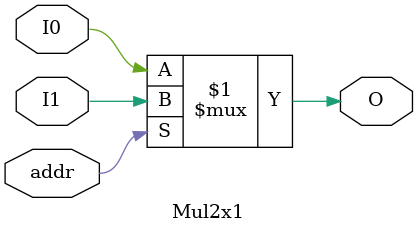
<source format=v>
`timescale 1ns / 1ps
module Mul2x1(
    input addr,
    input I0,
    input I1,
    output O);
	assign O = (addr) ? I1 : I0;
endmodule

</source>
